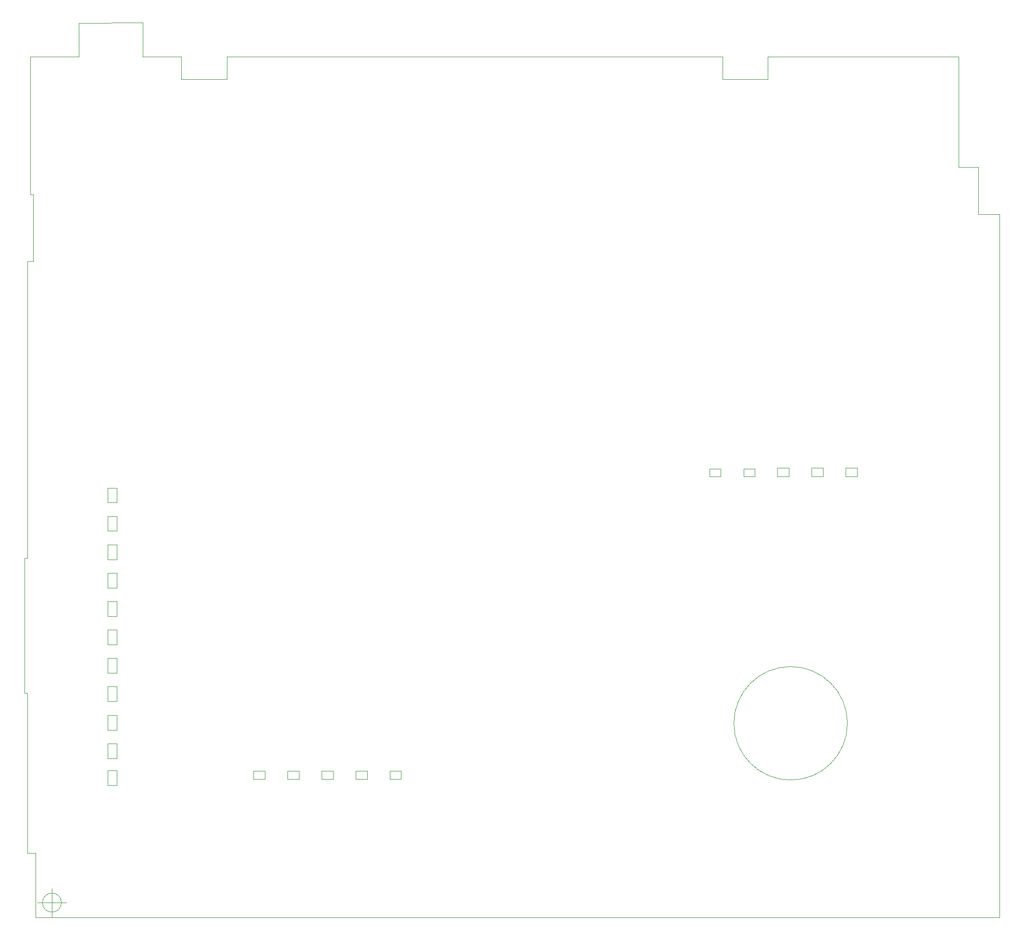
<source format=gm1>
G04 #@! TF.GenerationSoftware,KiCad,Pcbnew,(6.0.1)*
G04 #@! TF.CreationDate,2022-06-09T14:04:08-07:00*
G04 #@! TF.ProjectId,Motherboard_edgeCutsVer,4d6f7468-6572-4626-9f61-72645f656467,rev?*
G04 #@! TF.SameCoordinates,Original*
G04 #@! TF.FileFunction,Profile,NP*
%FSLAX46Y46*%
G04 Gerber Fmt 4.6, Leading zero omitted, Abs format (unit mm)*
G04 Created by KiCad (PCBNEW (6.0.1)) date 2022-06-09 14:04:08*
%MOMM*%
%LPD*%
G01*
G04 APERTURE LIST*
G04 #@! TA.AperFunction,Profile*
%ADD10C,0.100000*%
G04 #@! TD*
G04 APERTURE END LIST*
D10*
X131466666Y-206100000D02*
G75*
G03*
X131466666Y-206100000I-1666666J0D01*
G01*
X127300000Y-206100000D02*
X132300000Y-206100000D01*
X129800000Y-203600000D02*
X129800000Y-208600000D01*
X139600000Y-173100000D02*
X141200000Y-173100000D01*
X141200000Y-173100000D02*
X141200000Y-175700000D01*
X141200000Y-175700000D02*
X139600000Y-175700000D01*
X139600000Y-175700000D02*
X139600000Y-173100000D01*
X171300000Y-182900000D02*
X173300000Y-182900000D01*
X173300000Y-182900000D02*
X173300000Y-184300000D01*
X173300000Y-184300000D02*
X171300000Y-184300000D01*
X171300000Y-184300000D02*
X171300000Y-182900000D01*
X139600000Y-133000000D02*
X141200000Y-133000000D01*
X141200000Y-133000000D02*
X141200000Y-135600000D01*
X141200000Y-135600000D02*
X139600000Y-135600000D01*
X139600000Y-135600000D02*
X139600000Y-133000000D01*
X126500000Y-81300000D02*
X126500000Y-93100000D01*
X145800000Y-57000000D02*
X152600000Y-57000000D01*
X126500000Y-93100000D02*
X125500000Y-93100000D01*
X263600000Y-129500000D02*
X265600000Y-129500000D01*
X265600000Y-129500000D02*
X265600000Y-131000000D01*
X265600000Y-131000000D02*
X263600000Y-131000000D01*
X263600000Y-131000000D02*
X263600000Y-129500000D01*
X139600000Y-163000000D02*
X141200000Y-163000000D01*
X141200000Y-163000000D02*
X141200000Y-165600000D01*
X141200000Y-165600000D02*
X139600000Y-165600000D01*
X139600000Y-165600000D02*
X139600000Y-163000000D01*
X247900000Y-57000000D02*
X247900000Y-61000000D01*
X139600000Y-182800000D02*
X141200000Y-182800000D01*
X141200000Y-182800000D02*
X141200000Y-185400000D01*
X141200000Y-185400000D02*
X139600000Y-185400000D01*
X139600000Y-185400000D02*
X139600000Y-182800000D01*
X255900000Y-61000000D02*
X255900000Y-57000000D01*
X189300000Y-182900000D02*
X191300000Y-182900000D01*
X191300000Y-182900000D02*
X191300000Y-184300000D01*
X191300000Y-184300000D02*
X189300000Y-184300000D01*
X189300000Y-184300000D02*
X189300000Y-182900000D01*
X139600000Y-158000000D02*
X141200000Y-158000000D01*
X141200000Y-158000000D02*
X141200000Y-160600000D01*
X141200000Y-160600000D02*
X139600000Y-160600000D01*
X139600000Y-160600000D02*
X139600000Y-158000000D01*
X160600000Y-57000000D02*
X247900000Y-57000000D01*
X125000000Y-145400000D02*
X125000000Y-169200000D01*
X152600000Y-57000000D02*
X152600000Y-61000000D01*
X134500000Y-51100000D02*
X145800000Y-51000000D01*
X125500000Y-169200000D02*
X125500000Y-197400000D01*
X125500000Y-145400000D02*
X125000000Y-145400000D01*
X292950000Y-76500000D02*
X292950000Y-84800000D01*
X257600000Y-129500000D02*
X259600000Y-129500000D01*
X259600000Y-129500000D02*
X259600000Y-131000000D01*
X259600000Y-131000000D02*
X257600000Y-131000000D01*
X257600000Y-131000000D02*
X257600000Y-129500000D01*
X292950000Y-84800000D02*
X296700000Y-84800000D01*
X139600000Y-178100000D02*
X141200000Y-178100000D01*
X141200000Y-178100000D02*
X141200000Y-180700000D01*
X141200000Y-180700000D02*
X139600000Y-180700000D01*
X139600000Y-180700000D02*
X139600000Y-178100000D01*
X125000000Y-169200000D02*
X125500000Y-169200000D01*
X296700000Y-84800000D02*
X296700000Y-208700000D01*
X126900000Y-208700000D02*
X296700000Y-208700000D01*
X183300000Y-182900000D02*
X185300000Y-182900000D01*
X185300000Y-182900000D02*
X185300000Y-184300000D01*
X185300000Y-184300000D02*
X183300000Y-184300000D01*
X183300000Y-184300000D02*
X183300000Y-182900000D01*
X139600000Y-138000000D02*
X141200000Y-138000000D01*
X141200000Y-138000000D02*
X141200000Y-140600000D01*
X141200000Y-140600000D02*
X139600000Y-140600000D01*
X139600000Y-140600000D02*
X139600000Y-138000000D01*
X177300000Y-182900000D02*
X179300000Y-182900000D01*
X179300000Y-182900000D02*
X179300000Y-184300000D01*
X179300000Y-184300000D02*
X177300000Y-184300000D01*
X177300000Y-184300000D02*
X177300000Y-182900000D01*
X251600000Y-129600000D02*
X253600000Y-129600000D01*
X253600000Y-129600000D02*
X253600000Y-131000000D01*
X253600000Y-131000000D02*
X251600000Y-131000000D01*
X251600000Y-131000000D02*
X251600000Y-129600000D01*
X152600000Y-61000000D02*
X160600000Y-61000000D01*
X126900000Y-197400000D02*
X126900000Y-208700000D01*
X134500000Y-57000000D02*
X134500000Y-51100000D01*
X126000000Y-57000000D02*
X134500000Y-57000000D01*
X245600000Y-129600000D02*
X247600000Y-129600000D01*
X247600000Y-129600000D02*
X247600000Y-131000000D01*
X247600000Y-131000000D02*
X245600000Y-131000000D01*
X245600000Y-131000000D02*
X245600000Y-129600000D01*
X139600000Y-153000000D02*
X141200000Y-153000000D01*
X141200000Y-153000000D02*
X141200000Y-155600000D01*
X141200000Y-155600000D02*
X139600000Y-155600000D01*
X139600000Y-155600000D02*
X139600000Y-153000000D01*
X289500000Y-76500000D02*
X292950000Y-76500000D01*
X126000000Y-81300000D02*
X126500000Y-81300000D01*
X139600000Y-148000000D02*
X141200000Y-148000000D01*
X141200000Y-148000000D02*
X141200000Y-150600000D01*
X141200000Y-150600000D02*
X139600000Y-150600000D01*
X139600000Y-150600000D02*
X139600000Y-148000000D01*
X125500000Y-93100000D02*
X125500000Y-145400000D01*
X139600000Y-143000000D02*
X141200000Y-143000000D01*
X141200000Y-143000000D02*
X141200000Y-145600000D01*
X141200000Y-145600000D02*
X139600000Y-145600000D01*
X139600000Y-145600000D02*
X139600000Y-143000000D01*
X165300000Y-182900000D02*
X167300000Y-182900000D01*
X167300000Y-182900000D02*
X167300000Y-184300000D01*
X167300000Y-184300000D02*
X165300000Y-184300000D01*
X165300000Y-184300000D02*
X165300000Y-182900000D01*
X160600000Y-61000000D02*
X160600000Y-57000000D01*
X139600000Y-168000000D02*
X141200000Y-168000000D01*
X141200000Y-168000000D02*
X141200000Y-170600000D01*
X141200000Y-170600000D02*
X139600000Y-170600000D01*
X139600000Y-170600000D02*
X139600000Y-168000000D01*
X289500000Y-57000000D02*
X289500000Y-76500000D01*
X247900000Y-61000000D02*
X255900000Y-61000000D01*
X145800000Y-51000000D02*
X145800000Y-57000000D01*
X255900000Y-57000000D02*
X289500000Y-57000000D01*
X269900500Y-174500000D02*
G75*
G03*
X269900500Y-174500000I-10000500J0D01*
G01*
X126000000Y-81300000D02*
X126000000Y-57000000D01*
X269600000Y-129500000D02*
X271600000Y-129500000D01*
X271600000Y-129500000D02*
X271600000Y-131000000D01*
X271600000Y-131000000D02*
X269600000Y-131000000D01*
X269600000Y-131000000D02*
X269600000Y-129500000D01*
X125500000Y-197400000D02*
X126900000Y-197400000D01*
M02*

</source>
